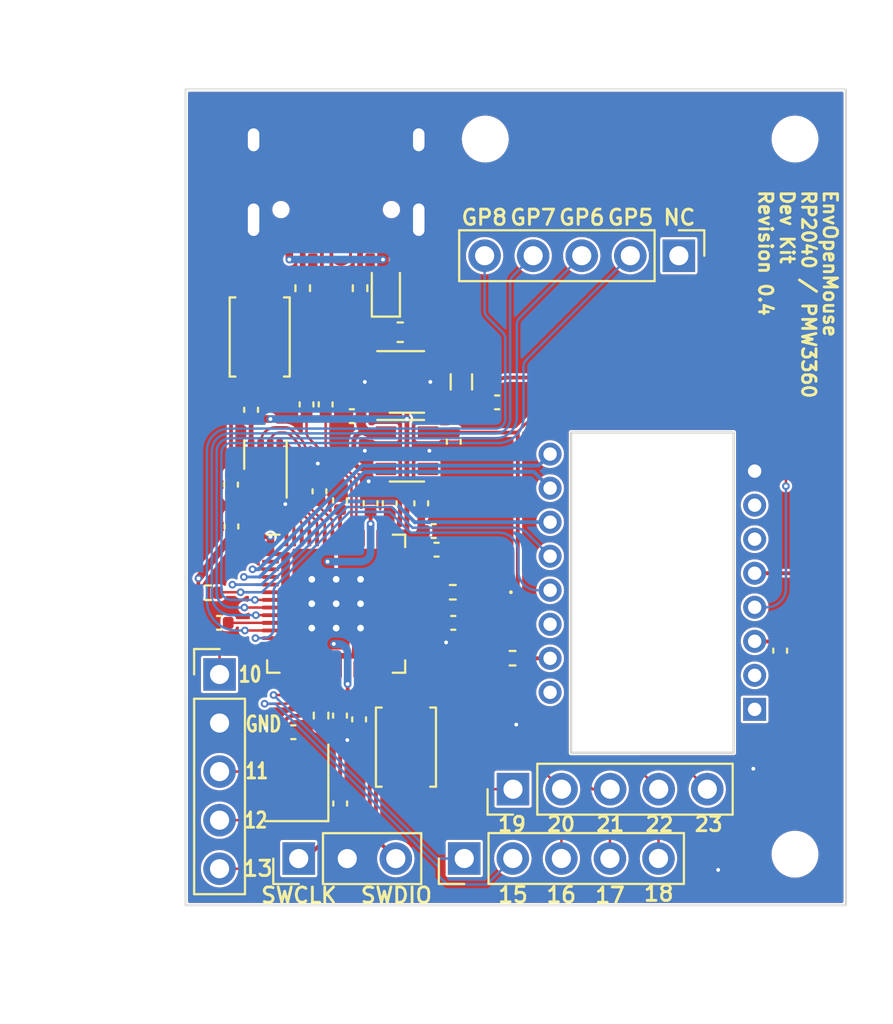
<source format=kicad_pcb>
(kicad_pcb (version 20211014) (generator pcbnew)
  (layers (0 "F.Cu" signal) (31 "B.Cu" signal) (34 "B.Paste" user) (35 "F.Paste" user) (36 "B.SilkS" user "B.Silkscreen") (37 "F.SilkS" user "F.Silkscreen") (38 "B.Mask" user) (39 "F.Mask" user) (44 "Edge.Cuts" user))
  (net 0 "")
  (net 1 "+5V")
  (net 2 "GND")
  (net 3 "+1V8")
  (net 4 "+3V3")
  (net 5 "+1V1")
  (net 6 "/XIN")
  (net 7 "Net-(C5-Pad1)")
  (net 8 "/QSPI_SS")
  (net 9 "/QSPI_SD1")
  (net 10 "/QSPI_SD2")
  (net 11 "/QSPI_SD0")
  (net 12 "/QSPI_SCLK")
  (net 13 "/QSPI_SD3")
  (net 14 "/SWCLK")
  (net 15 "/SWD")
  (net 16 "Net-(C19-Pad2)")
  (net 17 "USB_D+")
  (net 18 "USB_D-")
  (net 19 "Net-(R1-Pad2)")
  (net 20 "Net-(R2-Pad2)")
  (net 21 "Net-(R6-Pad2)")
  (net 23 "Net-(D1-Pad2)")
  (net 24 "/XOUT")
  (net 25 "/RUN")
  (net 26 "Net-(R4-Pad2)")
  (net 27 "Net-(D2-Pad2)")
  (net 28 "MISO")
  (net 29 "/~{USB_BOOT}")
  (net 30 "Net-(L1-Pad1)")
  (net 31 "MOTION")
  (net 32 "SCLK")
  (net 33 "MOSI")
  (net 34 "Net-(R7-Pad2)")
  (net 35 "NCS")
  (net 37 "/GPIO25")
  (net 38 "/GPIO0")
  (net 45 "/GPIO5")
  (net 46 "/GPIO7")
  (net 47 "/GPIO8")
  (net 48 "/GPIO10")
  (net 49 "/GPIO11")
  (net 50 "/GPIO12")
  (net 51 "/GPIO13")
  (net 52 "/GPIO14")
  (net 53 "/GPIO15")
  (net 54 "/GPIO16")
  (net 55 "/GPIO17")
  (net 56 "/GPIO18")
  (net 57 "/GPIO19")
  (net 58 "/GPIO20")
  (net 59 "/GPIO21")
  (net 60 "/GPIO22")
  (net 61 "/GPIO23")
  (net 62 "/GPIO24")
  (net 63 "/GPIO26_ADC0")
  (net 64 "/GPIO27_ADC1")
  (net 65 "/GPIO28_ADC2")
  (net 66 "/GPIO29_ADC3")
  (net 69 "/GPIO6")
  (footprint "Capacitor_SMD:C_0402_1005Metric" (layer "F.Cu") (at 45.125 51.025 90)
    (fp_text reference "C6")
    (fp_text value "100nf 0402")
  )
  (footprint "Resistor_SMD:R_0402_1005Metric" (layer "F.Cu") (at 52.1 56.3 180)
    (fp_text reference "R9")
    (fp_text value "470 ohm resistor")
  )
  (footprint "Connector_PinHeader_2.54mm:PinHeader_1x05_P2.54mm_Vertical" (layer "F.Cu") (at 63.925 38.7 -90)
    (fp_text reference "GPIOA3")
    (fp_text value "GPIOs")
  )
  (footprint "local:DIP-16_W10.16mm" (layer "F.Cu") (at 66.79 63.945 180)
    (fp_text reference "U3" hide)
    (fp_text value "PMW3360DM-T2QU")
    (fp_line (start 0 -0.75) (end 0 16) (layer "Edge.Cuts") (width 0.12))
    (fp_line (start 0 -0.75) (end 8.5 -0.75) (layer "Edge.Cuts") (width 0.12))
    (fp_line (start 8.5 -0.75) (end 8.5 16) (layer "Edge.Cuts") (width 0.12))
    (fp_line (start 0 16) (end 8.5 16) (layer "Edge.Cuts") (width 0.12))
  )
  (footprint "Connector_PinHeader_2.54mm:PinHeader_1x05_P2.54mm_Vertical" (layer "F.Cu") (at 52.7 70.225 90)
    (fp_text reference "GPIOA1")
    (fp_text value "Rotary_Encoder_Switch")
  )
  (footprint "Capacitor_SMD:C_0402_1005Metric" (layer "F.Cu") (at 40.5 50.67 90)
    (fp_text reference "R8")
    (fp_text value "1k 0402 Resistor")
  )
  (footprint "Capacitor_SMD:C_0402_1005Metric" (layer "F.Cu") (at 52.15 48.43 90)
    (fp_text reference "C3")
    (fp_text value "1uf 0402")
  )
  (footprint "Capacitor_SMD:C_0402_1005Metric" (layer "F.Cu") (at 41.55 46.76 90)
    (fp_text reference "C17")
    (fp_text value "100nf 0402")
  )
  (footprint "Inductor_SMD:L_0805_2012Metric" (layer "F.Cu") (at 52.55 45.3 -90)
    (fp_text reference "L1")
    (fp_text value "INDUCTOR 2.2uH 0805")
  )
  (footprint "Connector_PinHeader_2.54mm:PinHeader_1x03_P2.54mm_Vertical" (layer "F.Cu") (at 44.04 70.23 90)
    (fp_text reference "J3")
    (fp_text value "Conn_01x03_Male")
  )
  (footprint "Capacitor_SMD:C_0603_1608Metric" (layer "F.Cu") (at 49.35 42.7)
    (fp_text reference "C1")
    (fp_text value "10uf 0603 6.3V")
  )
  (footprint "Resistor_SMD:R_0402_1005Metric" (layer "F.Cu") (at 39.3 56.325)
    (fp_text reference "R3")
    (fp_text value "10K 0402")
  )
  (footprint "Capacitor_SMD:C_0402_1005Metric" (layer "F.Cu") (at 54.42 46.37)
    (fp_text reference "C4")
    (fp_text value "10uf 0402")
  )
  (footprint "Button_Switch_SMD:SW_Push_SPST_NO_Alps_SKRK" (layer "F.Cu") (at 49.65 64.4 -90)
    (fp_text reference "J2")
    (fp_text value "SKRKAEE020")
  )
  (footprint "MountingHole:MountingHole_2.2mm_M2" (layer "F.Cu") (at 53.8 32.6)
    (fp_text reference "H2")
    (fp_text value "MountingHole")
  )
  (footprint "Capacitor_SMD:C_0402_1005Metric" (layer "F.Cu") (at 48.8 51.65 90)
    (fp_text reference "C15")
    (fp_text value "1uf 0402")
  )
  (footprint "Connector_PinHeader_2.54mm:PinHeader_1x05_P2.54mm_Vertical" (layer "F.Cu") (at 39.9 60.6)
    (fp_text reference "SCRL1")
    (fp_text value "Rotary_Encoder_Switch")
  )
  (footprint "MountingHole:MountingHole_2.2mm_M2" (layer "F.Cu") (at 70 32.6)
    (fp_text reference "H1")
    (fp_text value "MountingHole")
  )
  (footprint "Capacitor_SMD:C_0402_1005Metric" (layer "F.Cu") (at 44.45 46.475 -90)
    (fp_text reference "R6")
    (fp_text value " 27Ohms  0402 Resistor")
  )
  (footprint "Capacitor_SMD:C_0402_1005Metric" (layer "F.Cu") (at 52.125 57.9)
    (fp_text reference "C9")
    (fp_text value "100nf 0402")
  )
  (footprint "Capacitor_SMD:C_0402_1005Metric" (layer "F.Cu") (at 46.2 51.5 90)
    (fp_text reference "C13")
    (fp_text value "100nf 0402")
  )
  (footprint "env:RP2040-QFN-56" (layer "F.Cu") (at 46 56.9)
    (fp_text reference "U4")
    (fp_text value "RP2040")
  )
  (footprint "Package_TO_SOT_SMD:SOT-23-5" (layer "F.Cu") (at 49.7 48.9)
    (fp_text reference "U1")
    (fp_text value "TCR2EF19")
  )
  (footprint "LED_SMD:LED_0402_1005Metric" (layer "F.Cu") (at 54.05 56.3 180)
    (fp_text reference "D2")
    (fp_text value "LED 0402 YELLOW")
  )
  (footprint "MountingHole:MountingHole_2.2mm_M2" (layer "F.Cu") (at 70 70)
    (fp_text reference "H4")
    (fp_text value "MountingHole")
  )
  (footprint "Resistor_SMD:R_0402_1005Metric" (layer "F.Cu") (at 44.25 40.4 90)
    (fp_text reference "R4")
    (fp_text value "5.1K")
  )
  (footprint "Capacitor_SMD:C_0402_1005Metric" (layer "F.Cu") (at 51.25 54.075)
    (fp_text reference "C12")
    (fp_text value "100nf 0402")
  )
  (footprint "Capacitor_SMD:C_0402_1005Metric" (layer "F.Cu") (at 39.875 57.9 180)
    (fp_text reference "C10")
    (fp_text value "100nf 0402")
  )
  (footprint "Diode_SMD:D_0603_1608Metric" (layer "F.Cu") (at 48.6 40.4 90)
    (fp_text reference "D1")
    (fp_text value "1n4002 0603")
  )
  (footprint "Capacitor_SMD:C_0402_1005Metric" (layer "F.Cu") (at 51.1 53.1)
    (fp_text reference "C14")
    (fp_text value "100nf 0402")
  )
  (footprint "Capacitor_SMD:C_0402_1005Metric" (layer "F.Cu") (at 46.82 47.09)
    (fp_text reference "C2")
    (fp_text value "0.1uf 0402")
  )
  (footprint "Capacitor_SMD:C_0402_1005Metric" (layer "F.Cu") (at 46.2 62.75 -90)
    (fp_text reference "C11")
    (fp_text value "100nf 0402")
  )
  (footprint "Package_TO_SOT_SMD:SOT-23-5" (layer "F.Cu") (at 49.7 45.3)
    (fp_text reference "U2")
    (fp_text value "LM3671MF 3.3")
  )
  (footprint "Capacitor_SMD:C_0402_1005Metric" (layer "F.Cu") (at 43.76 63.62 180)
    (fp_text reference "C18")
    (fp_text value "22pf 0402")
  )
  (footprint "Resistor_SMD:R_0402_1005Metric" (layer "F.Cu") (at 47.25 40.4 90)
    (fp_text reference "R2")
    (fp_text value "5.1K")
  )
  (footprint "Type-C:HRO-TYPE-C-31-M-12-Assembly" (layer "F.Cu") (at 46 30.0375 180)
    (fp_text reference "e1")
    (fp_text value "TYPE-C-31-M-12")
  )
  (footprint "Button_Switch_SMD:SW_Push_SPST_NO_Alps_SKRK" (layer "F.Cu") (at 42 42.95 90)
    (fp_text reference "J1")
    (fp_text value "SKRKAEE020")
  )
  (footprint "Resistor_SMD:R_0402_1005Metric" (layer "F.Cu") (at 55.225 59.75)
    (fp_text reference "R1")
    (fp_text value "39 ohm 0402")
  )
  (footprint "Capacitor_SMD:C_0402_1005Metric" (layer "F.Cu") (at 45.45 46.475 -90)
    (fp_text reference "R7")
    (fp_text value " 27Ohms 0402 Resistor")
  )
  (footprint "Capacitor_SMD:C_0402_1005Metric" (layer "F.Cu") (at 47.8 51.65 90)
    (fp_text reference "C16")
    (fp_text value "1uf 0402")
  )
  (footprint "Capacitor_SMD:C_0402_1005Metric" (layer "F.Cu") (at 50.45 51.65 90)
    (fp_text reference "C8")
    (fp_text value "100nf 0402")
  )
  (footprint "Capacitor_SMD:C_0402_1005Metric" (layer "F.Cu") (at 40.52 52.86 90)
    (fp_text reference "R5")
    (fp_text value "10K 0402")
  )
  (footprint "Capacitor_SMD:C_0402_1005Metric" (layer "F.Cu") (at 69.225 59.355 -90)
    (fp_text reference "C5")
    (fp_text value "4.7uf 0402")
  )
  (footprint "Package_SON:SON-8-1EP_3x2mm_P0.5mm_EP1.4x1.6mm" (layer "F.Cu") (at 42.3 49.85 90)
    (fp_text reference "FLASH1")
    (fp_text value "W25Q16FWUXIE")
  )
  (footprint "Capacitor_SMD:C_0402_1005Metric" (layer "F.Cu") (at 47.2 62.95 -90)
    (fp_text reference "C7")
    (fp_text value "100nf 0402")
  )
  (footprint "Connector_PinHeader_2.54mm:PinHeader_1x05_P2.54mm_Vertical" (layer "F.Cu") (at 55.25 66.6 90)
    (fp_text reference "GPIOA2")
    (fp_text value "Rotary_Encoder_Switch")
  )
  (footprint "Resistor_SMD:R_0402_1005Metric" (layer "F.Cu") (at 45.21 62.75 -90)
    (fp_text reference "R10")
    (fp_text value "1K 0402")
  )
  (footprint "Capacitor_SMD:C_0402_1005Metric" (layer "F.Cu") (at 46.21 67.35 90)
    (fp_text reference "C19")
    (fp_text value "22pf 0402")
  )
  (footprint "Crystal:Crystal_SMD_3225-4Pin_3.2x2.5mm" (layer "F.Cu") (at 43.94 66.27 90)
    (fp_text reference "Y1")
    (fp_text value "Crystal 3225 12MHz")
  )
  (gr_rect (start 38.12 30) (end 72.66 72.675) (layer "Edge.Cuts") (width 0.1) (fill none))
  (gr_text "SWCLK" (at 44.05 72.15) (layer "F.SilkS") (effects (font (size 0.8 0.8))))
  (gr_text "GND" (at 42.2 63.2) (layer "F.SilkS") (effects (font (size 0.8 0.6))))
  (gr_text "GP8" (at 53.75 36.7) (layer "F.SilkS") (effects (font (size 0.8 0.8))))
  (gr_text "17" (at 60.325 72.15) (layer "F.SilkS") (effects (font (size 0.8 0.8))))
  (gr_text "12" (at 41.8 68.225) (layer "F.SilkS") (effects (font (size 0.8 0.6))))
  (gr_text "GP7" (at 56.3 36.7) (layer "F.SilkS") (effects (font (size 0.8 0.8))))
  (gr_text "EnvOpenMouse\nRP2040 / PMW3360\nDev Kit \nRevision 0.4" (at 70.15 35.2 270) (layer "F.SilkS") (effects (font (size 0.7 0.7)) (justify left)))
  (gr_text "GP5" (at 61.4 36.7) (layer "F.SilkS") (effects (font (size 0.8 0.8))))
  (gr_text "SWDIO" (at 49.15 72.15) (layer "F.SilkS") (effects (font (size 0.8 0.8))))
  (gr_text "NC" (at 63.95 36.7) (layer "F.SilkS") (effects (font (size 0.8 0.8))))
  (gr_text "GP6" (at 58.85 36.7) (layer "F.SilkS") (effects (font (size 0.8 0.8))))
  (gr_text "18" (at 62.875 72.05) (layer "F.SilkS") (effects (font (size 0.8 0.8))))
  (gr_text "19  20  21  22  23" (at 60.34 68.43) (layer "F.SilkS") (effects (font (size 0.75 0.75))))
  (gr_text "16" (at 57.775 72.125) (layer "F.SilkS") (effects (font (size 0.8 0.8))))
  (gr_text "11" (at 41.85 65.65) (layer "F.SilkS") (effects (font (size 0.8 0.6))))
  (gr_text "10" (at 41.5 60.6) (layer "F.SilkS") (effects (font (size 0.8 0.6))))
  (gr_text "15" (at 55.25 72.125) (layer "F.SilkS") (effects (font (size 0.8 0.8))))
  (gr_text "13" (at 41.9 70.75) (layer "F.SilkS") (effects (font (size 0.8 0.8))))
  (segment (start 47.3 47.45) (end 47.3 47.09) (width 0.5) (layer "F.Cu") (net 1))
  (segment (start 48.6 42.52125) (end 48.6 41.17875) (width 0.8) (layer "F.Cu") (net 1))
  (segment (start 47.3 46.73) (end 47.3 47.09) (width 0.5) (layer "F.Cu") (net 1))
  (segment (start 48.6 47.95) (end 47.8 47.95) (width 0.5) (layer "F.Cu") (net 1))
  (segment (start 48.16 46.23) (end 47.8 46.23) (width 0.5) (layer "F.Cu") (net 1))
  (segment (start 48.6 44.26) (end 48.6 42.9175) (width 0.8) (layer "F.Cu") (net 1))
  (segment (start 46.925 45.75) (end 46.925 44.85) (width 0.25) (layer "F.Cu") (net 1))
  (segment (start 46.925 49.35) (end 46.925 48.45) (width 0.25) (layer "F.Cu") (net 1))
  (segment (start 48.69 46.25) (end 47.425 46.25) (width 0.25) (layer "F.Cu") (net 1))
  (segment (start 47.425 47.95) (end 48.695 47.95) (width 0.25) (layer "F.Cu") (net 1))
  (segment (start 48.695 49.85) (end 47.425 49.85) (width 0.25) (layer "F.Cu") (net 1))
  (segment (start 48.69 41.2775) (end 48.6 41.1875) (width 0.25) (layer "F.Cu") (net 1))
  (segment (start 47.425 44.35) (end 48.69 44.35) (width 0.25) (layer "F.Cu") (net 1))
  (arc (start 47.425 44.35) (mid 47.071447 44.496447) (end 46.925 44.85) (width 0.25) (layer "F.Cu") (net 1))
  (arc (start 47.8 47.95) (mid 47.446447 47.803553) (end 47.3 47.45) (width 0.5) (layer "F.Cu") (net 1))
  (arc (start 46.925 48.45) (mid 47.071447 48.096447) (end 47.425 47.95) (width 0.25) (layer "F.Cu") (net 1))
  (arc (start 47.8 46.23) (mid 47.446447 46.376447) (end 47.3 46.73) (width 0.5) (layer "F.Cu") (net 1))
  (arc (start 47.425 49.85) (mid 47.071447 49.703553) (end 46.925 49.35) (width 0.25) (layer "F.Cu") (net 1))
  (arc (start 47.425 46.25) (mid 47.071447 46.103553) (end 46.925 45.75) (width 0.25) (layer "F.Cu") (net 1))
  (segment (start 42.32 63.15) (end 42.32 63.41) (width 0.13) (layer "F.Cu") (net 2))
  (segment (start 43.080548 62.82) (end 42.65 62.82) (width 0.13) (layer "F.Cu") (net 2))
  (segment (start 45 60.3375) (end 45 60.900548) (width 0.13) (layer "F.Cu") (net 2))
  (segment (start 42.65 62.82) (end 42.32 63.15) (width 0.13) (layer "F.Cu") (net 2))
  (segment (start 45 60.900548) (end 43.080548 62.82) (width 0.13) (layer "F.Cu") (net 2))
  (via (at 67.82 65.53) (size 0.4) (drill 0.2) (layers "F.Cu" "B.Cu") (net 2))
  (via (at 47.5 45.3) (size 0.4) (drill 0.2) (layers "F.Cu" "B.Cu") (net 2))
  (via (at 46.58 64.03) (size 0.4) (drill 0.2) (layers "F.Cu" "B.Cu") (net 2))
  (via (at 50.925 45.3) (size 0.4) (drill 0.2) (layers "F.Cu" "B.Cu") (net 2))
  (via (at 65.98 70.82) (size 0.4) (drill 0.2) (layers "F.Cu" "B.Cu") (net 2))
  (via (at 50.875 48.9) (size 0.4) (drill 0.2) (layers "F.Cu" "B.Cu") (net 2))
  (via (at 43.34 51.69) (size 0.4) (drill 0.2) (layers "F.Cu" "B.Cu") (net 2))
  (via (at 47.5 48.9) (size 0.4) (drill 0.2) (layers "F.Cu" "B.Cu") (net 2))
  (via (at 51.75 58.925) (size 0.4) (drill 0.2) (layers "F.Cu" "B.Cu") (net 2))
  (via (at 42.32 63.41) (size 0.4) (drill 0.2) (layers "F.Cu" "B.Cu") (net 2))
  (via (at 47.7 50.5) (size 0.4) (drill 0.2) (layers "F.Cu" "B.Cu") (net 2))
  (via (at 45.04 49.57) (size 0.4) (drill 0.2) (layers "F.Cu" "B.Cu") (net 2))
  (via (at 55.42 63.22) (size 0.4) (drill 0.2) (layers "F.Cu" "B.Cu") (net 2))
  (segment (start 55.45 47.95) (end 52.475 47.95) (width 0.13) (layer "F.Cu") (net 3))
  (segment (start 54.861447 58.713553) (end 55.353554 58.221446) (width 0.2) (layer "F.Cu") (net 3))
  (segment (start 68.525 46.275) (end 57.539214 46.275) (width 0.13) (layer "F.Cu") (net 3))
  (segment (start 56.832107 46.567893) (end 55.45 47.95) (width 0.13) (layer "F.Cu") (net 3))
  (segment (start 52.475 47.95) (end 52.15 47.95) (width 0.2) (layer "F.Cu") (net 3))
  (segment (start 52.15 47.95) (end 50.8 47.95) (width 0.5) (layer "F.Cu") (net 3))
  (segment (start 55.5 57.867893) (end 55.5 47.95) (width 0.2) (layer "F.Cu") (net 3))
  (segment (start 69.525 50.75) (end 69.525 47.275) (width 0.13) (layer "F.Cu") (net 3))
  (segment (start 55.5 47.95) (end 52.475 47.95) (width 0.2) (layer "F.Cu") (net 3))
  (segment (start 54.715 59.75) (end 54.715 59.067107) (width 0.2) (layer "F.Cu") (net 3))
  (via (at 69.525 50.75) (size 0.4) (drill 0.2) (layers "F.Cu" "B.Cu") (net 3))
  (arc (start 55.353554 58.221446) (mid 55.46194 58.059234) (end 55.5 57.867893) (width 0.2) (layer "F.Cu") (net 3))
  (arc (start 54.861447 58.713553) (mid 54.75306 58.875765) (end 54.715 59.067107) (width 0.2) (layer "F.Cu") (net 3))
  (arc (start 57.539214 46.275) (mid 57.156531 46.35112) (end 56.832107 46.567893) (width 0.13) (layer "F.Cu") (net 3))
  (arc (start 68.525 46.275) (mid 69.232107 46.567893) (end 69.525 47.275) (width 0.13) (layer "F.Cu") (net 3))
  (segment (start 68.525 57.085) (end 67.89 57.085) (width 0.13) (layer "B.Cu") (net 3))
  (segment (start 69.525 50.75) (end 69.525 56.085) (width 0.13) (layer "B.Cu") (net 3))
  (arc (start 69.525 56.085) (mid 69.232107 56.792107) (end 68.525 57.085) (width 0.13) (layer "B.Cu") (net 3))
  (segment (start 48.8 53.396792) (end 49.95 53.396792) (width 0.4) (layer "F.Cu") (net 4))
  (segment (start 49.7 53.35) (end 49.7 47.3) (width 0.25) (layer "F.Cu") (net 4))
  (segment (start 50.545 54.3) (end 50.77 54.075) (width 0.15) (layer "F.Cu") (net 4))
  (segment (start 69.875 55.305) (end 67.89 55.305) (width 0.2) (layer "F.Cu") (net 4))
  (segment (start 52.3875 46.25) (end 52.42 46.2175) (width 0.5) (layer "F.Cu") (net 4))
  (segment (start 42.5625 53.3975) (end 40.5775 53.3975) (width 0.25) (layer "F.Cu") (net 4))
  (segment (start 38.8 55.575) (end 40.52 53.34) (width 0.4) (layer "F.Cu") (net 4))
  (segment (start 46.198489 62.268489) (end 46.198489 60.339011) (width 0.15) (layer "F.Cu") (net 4))
  (segment (start 49.746792 53.396792) (end 49.7 53.35) (width 0.25) (layer "F.Cu") (net 4))
  (segment (start 46.2 53.4625) (end 46.2 51.98) (width 0.2) (layer "F.Cu") (net 4))
  (segment (start 40.355 57.9) (end 42.5625 57.9) (width 0.13) (layer "F.Cu") (net 4))
  (segment (start 50.8 46.25) (end 52.3875 46.25) (width 0.6) (layer "F.Cu") (net 4))
  (segment (start 46.198489 60.339011) (end 46.2 60.3375) (width 0.15) (layer "F.Cu") (net 4))
  (segment (start 41.55 47.24) (end 42.5625 47.24) (width 0.4) (layer "F.Cu") (net 4))
  (segment (start 46.2 62.27) (end 46.198489 62.268489) (width 0.15) (layer "F.Cu") (net 4))
  (segment (start 40.5775 53.3975) (end 40.52 53.34) (width 0.25) (layer "F.Cu") (net 4))
  (segment (start 53.96 46.37) (end 52.6425 46.37) (width 0.5) (layer "F.Cu") (net 4))
  (segment (start 49.4375 54.3) (end 50.545 54.3) (width 0.15) (layer "F.Cu") (net 4))
  (segment (start 49.4375 57.9) (end 51.645 57.9) (width 0.2) (layer "F.Cu") (net 4))
  (segment (start 52.42 46.2825) (end 52.3875 46.25) (width 0.5) (layer "F.Cu") (net 4))
  (segment (start 50.45 52.896792) (end 50.45 52.13) (width 0.4) (layer "F.Cu") (net 4))
  (segment (start 70.875 46.075) (end 70.875 54.305) (width 0.2) (layer "F.Cu") (net 4))
  (segment (start 54.94 45.075) (end 69.875 45.075) (width 0.2) (layer "F.Cu") (net 4))
  (segment (start 49.7 47.3) (end 49.7 46.75) (width 0.25) (layer "F.Cu") (net 4))
  (segment (start 53.94 46.37) (end 53.94 46.075) (width 0.2) (layer "F.Cu") (net 4))
  (segment (start 48.8 53.396792) (end 48.8 52.13) (width 0.5) (layer "F.Cu") (net 4))
  (segment (start 41.55 48.5625) (end 41.55 47.24) (width 0.25) (layer "F.Cu") (net 4))
  (segment (start 38.79 55.585) (end 38.79 56.325) (width 0.2) (layer "F.Cu") (net 4))
  (segment (start 38.8 55.575) (end 38.79 55.585) (width 0.2) (layer "F.Cu") (net 4))
  (segment (start 42.5625 54.19) (end 42.5625 53.3975) (width 0.4) (layer "F.Cu") (net 4))
  (via (at 49.7 47.24) (size 0.4) (drill 0.2) (layers "F.Cu" "B.Cu") (net 4))
  (via (at 38.8 55.575) (size 0.4) (drill 0.2) (layers "F.Cu" "B.Cu") (net 4))
  (via (at 42.5625 47.24) (size 0.4) (drill 0.2) (layers "F.Cu" "B.Cu") (net 4))
  (via (at 42.5625 53.3975) (size 0.4) (drill 0.2) (layers "F.Cu" "B.Cu") (net 4))
  (arc (start 53.94 46.075) (mid 54.232893 45.367893) (end 54.94 45.075) (width 0.2) (layer "F.Cu") (net 4))
  (arc (start 70.875 54.305) (mid 70.582107 55.012107) (end 69.875 55.305) (width 0.2) (layer "F.Cu") (net 4))
  (arc (start 49.7 46.75) (mid 49.846447 46.396447) (end 50.2 46.25) (width 0.25) (layer "F.Cu") (net 4))
  (arc (start 70.875 46.075) (mid 70.582107 45.367893) (end 69.875 45.075) (width 0.2) (layer "F.Cu") (net 4))
  (arc (start 49.95 53.396792) (mid 50.303553 53.250345) (end 50.45 52.896792) (width 0.4) (layer "F.Cu") (net 4))
  (segment (start 42.5625 47.24) (end 49.7 47.24) (width 0.4) (layer "B.Cu") (net 4))
  (segment (start 47.8 53.4625) (end 47.8 52.725) (width 0.2) (layer "F.Cu") (net 5))
  (segment (start 45.8 53.4625) (end 45.8 52.628553) (width 0.13) (layer "F.Cu") (net 5))
  (segment (start 47.2 62.47) (end 47.2 62.190001) (width 0.2) (layer "F.Cu") (net 5))
  (segment (start 45.125 51.85) (end 45.125 51.505) (width 0.13) (layer "F.Cu") (net 5))
  (segment (start 46.6 60.3375) (end 46.6 61.1) (width 0.2) (layer "F.Cu") (net 5))
  (segment (start 47.2 62.190001) (end 46.6 61.590001) (width 0.2) (layer "F.Cu") (net 5))
  (segment (start 46.6 61.590001) (end 46.6 61.1) (width 0.2) (layer "F.Cu") (net 5))
  (segment (start 47.8 52.725) (end 47.8 52.355) (width 0.2) (layer "F.Cu") (net 5))
  (segment (start 45.726776 52.451776) (end 45.125 51.85) (width 0.13) (layer "F.Cu") (net 5))
  (via (at 47.8 52.725) (size 0.4) (drill 0.2) (layers "F.Cu" "B.Cu") (net 5))
  (via (at 45.55 54.7) (size 0.4) (drill 0.2) (layers "F.Cu" "B.Cu") (net 5))
  (via (at 46.6 61.1) (size 0.4) (drill 0.2) (layers "F.Cu" "B.Cu") (net 5))
  (via (at 45.875 59) (size 0.4) (drill 0.2) (layers "F.Cu" "B.Cu") (net 5))
  (arc (start 45.8 52.628553) (mid 45.78097 52.532882) (end 45.726776 52.451776) (width 0.13) (layer "F.Cu") (net 5))
  (segment (start 45.55 54.7) (end 47.3 54.7) (width 0.4) (layer "B.Cu") (net 5))
  (segment (start 47.8 54.2) (end 47.8 52.725) (width 0.4) (layer "B.Cu") (net 5))
  (segment (start 45.875 59) (end 46.1 59) (width 0.4) (layer "B.Cu") (net 5))
  (segment (start 46.6 59.5) (end 46.6 61.1) (width 0.4) (layer "B.Cu") (net 5))
  (arc (start 47.3 54.7) (mid 47.653553 54.553553) (end 47.8 54.2) (width 0.4) (layer "B.Cu") (net 5))
  (arc (start 46.1 59) (mid 46.453553 59.146447) (end 46.6 59.5) (width 0.4) (layer "B.Cu") (net 5))
  (segment (start 43.16 63.74) (end 43.28 63.62) (width 0.2) (layer "F.Cu") (net 6))
  (segment (start 44.56 62.26) (end 44.56 62.067107) (width 0.2) (layer "F.Cu") (net 6))
  (segment (start 43.28 63.62) (end 43.28 63.26) (width 0.2) (layer "F.Cu") (net 6))
  (segment (start 45.4 61.02) (end 45.4 60.3375) (width 0.2) (layer "F.Cu") (net 6))
  (segment (start 43.16 65.1) (end 43.16 63.74) (width 0.2) (layer "F.Cu") (net 6))
  (segment (start 43.78 62.76) (end 44.06 62.76) (width 0.2) (layer "F.Cu") (net 6))
  (segment (start 44.706447 61.713553) (end 45.4 61.02) (width 0.2) (layer "F.Cu") (net 6))
  (segment (start 43.09 65.17) (end 43.16 65.1) (width 0.2) (layer "F.Cu") (net 6))
  (arc (start 43.28 63.26) (mid 43.426447 62.906447) (end 43.78 62.76) (width 0.2) (layer "F.Cu") (net 6))
  (arc (start 44.06 62.76) (mid 44.413553 62.613553) (end 44.56 62.26) (width 0.2) (layer "F.Cu") (net 6))
  (arc (start 44.56 62.067107) (mid 44.59806 61.875765) (end 44.706447 61.713553) (width 0.2) (layer "F.Cu") (net 6))
  (segment (start 69.225 58.875) (end 67.9 58.875) (width 0.2) (layer "F.Cu") (net 7))
  (segment (start 67.9 58.875) (end 67.89 58.865) (width 0.2) (layer "F.Cu") (net 7))
  (segment (start 40.5 51.15) (end 41.55 51.1375) (width 0.25) (layer "F.Cu") (net 8))
  (segment (start 43.4 53.4625) (end 43.4 53.02652) (width 0.13) (layer "F.Cu") (net 8))
  (segment (start 41.55 52.27652) (end 41.55 51.1375) (width 0.13) (layer "F.Cu") (net 8))
  (segment (start 43.15 52.77652) (end 42.05 52.77652) (width 0.13) (layer "F.Cu") (net 8))
  (segment (start 40.52 52.38) (end 40.5 51.15) (width 0.25) (layer "F.Cu") (net 8))
  (arc (start 43.15 52.77652) (mid 43.326777 52.849743) (end 43.4 53.02652) (width 0.13) (layer "F.Cu") (net 8))
  (arc (start 42.05 52.77652) (mid 41.696447 52.630073) (end 41.55 52.27652) (width 0.13) (layer "F.Cu") (net 8))
  (segment (start 43.8 53.4625) (end 43.8 52.826327) (width 0.13) (layer "F.Cu") (net 9))
  (segment (start 42.05 52.02) (end 42.05 51.1375) (width 0.13) (layer "F.Cu") (net 9))
  (segment (start 43.726776 52.64955) (end 43.670449 52.593223) (width 0.13) (layer "F.Cu") (net 9))
  (segment (start 43.493673 52.52) (end 42.55 52.52) (width 0.13) (layer "F.Cu") (net 9))
  (arc (start 42.55 52.52) (mid 42.196447 52.373553) (end 42.05 52.02) (width 0.13) (layer "F.Cu") (net 9))
  (arc (start 43.8 52.826327) (mid 43.78097 52.730656) (end 43.726776 52.64955) (width 0.13) (layer "F.Cu") (net 9))
  (arc (start 43.670449 52.593223) (mid 43.589343 52.53903) (end 43.493673 52.52) (width 0.13) (layer "F.Cu") (net 9))
  (segment (start 42.55 51.72) (end 42.55 51.1375) (width 0.13) (layer "F.Cu") (net 10))
  (segment (start 43.666447 52.22) (end 43.05 52.22) (width 0.13) (layer "F.Cu") (net 10))
  (segment (start 44.126776 52.576776) (end 43.843223 52.293223) (width 0.13) (layer "F.Cu") (net 10))
  (segment (start 44.2 53.4625) (end 44.2 52.753553) (width 0.13) (layer "F.Cu") (net 10))
  (arc (start 44.2 52.753553) (mid 44.18097 52.657882) (end 44.126776 52.576776) (width 0.13) (layer "F.Cu") (net 10))
  (arc (start 43.05 52.22) (mid 42.696447 52.073553) (end 42.55 51.72) (width 0.13) (layer "F.Cu") (net 10))
  (arc (start 43.843223 52.293223) (mid 43.762117 52.23903) (end 43.666447 52.22) (width 0.13) (layer "F.Cu") (net 10))
  (segment (start 43.333947 48.5625) (end 43.05 48.5625) (width 0.13) (layer "F.Cu") (net 11))
  (segment (start 43.845256 48.970256) (end 43.510723 48.635723) (width 0.13) (layer "F.Cu") (net 11))
  (segment (start 44.6 53.4625) (end 44.6 52.679101) (width 0.13) (layer "F.Cu") (net 11))
  (segment (start 43.91848 51.790475) (end 43.91848 49.147033) (width 0.13) (layer "F.Cu") (net 11))
  (segment (start 44.526776 52.502324) (end 43.991703 51.967251) (width 0.13) (layer "F.Cu") (net 11))
  (arc (start 43.91848 49.147033) (mid 43.89945 49.051362) (end 43.845256 48.970256) (width 0.13) (layer "F.Cu") (net 11))
  (arc (start 43.333947 48.5625) (mid 43.429618 48.58153) (end 43.510723 48.635723) (width 0.13) (layer "F.Cu") (net 11))
  (arc (start 43.991703 51.967251) (mid 43.93751 51.886145) (end 43.91848 51.790475) (width 0.13) (layer "F.Cu") (net 11))
  (arc (start 44.6 52.679101) (mid 44.58097 52.58343) (end 44.526776 52.502324) (width 0.13) (layer "F.Cu") (net 11))
  (segment (start 43.608673 48.096447) (end 43.881021 48.368795) (width 0.13) (layer "F.Cu") (net 12))
  (segment (start 43.05 47.95) (end 43.255119 47.95) (width 0.13) (layer "F.Cu") (net 12))
  (segment (start 45 52.716327) (end 45 53.4625) (width 0.13) (layer "F.Cu") (net 12))
  (segment (start 44.175 49.078522) (end 44.175 51.684221) (width 0.13) (layer "F.Cu") (net 12))
  (segment (start 42.55 48.5625) (end 42.55 48.45) (width 0.13) (layer "F.Cu") (net 12))
  (segment (start 44.248224 51.860998) (end 44.926777 52.539551) (width 0.13) (layer "F.Cu") (net 12))
  (arc (start 44.926777 52.539551) (mid 44.98097 52.620657) (end 45 52.716327) (width 0.13) (layer "F.Cu") (net 12))
  (arc (start 44.248224 51.860998) (mid 44.194031 51.779892) (end 44.175 51.684221) (width 0.13) (layer "F.Cu") (net 12))
  (arc (start 43.881021 48.368795) (mid 44.098597 48.694421) (end 44.175 49.078522) (width 0.13) (layer "F.Cu") (net 12))
  (arc (start 42.55 48.45) (mid 42.696447 48.096447) (end 43.05 47.95) (width 0.13) (layer "F.Cu") (net 12))
  (arc (start 43.608673 48.096447) (mid 43.446461 47.98806) (end 43.255119 47.95) (width 0.13) (layer "F.Cu") (net 12))
  (segment (start 45.4 53.4625) (end 45.4 52.753553) (width 0.13) (layer "F.Cu") (net 13))
  (segment (start 44.45 51.596447) (end 44.45 49.103529) (width 0.13) (layer "F.Cu") (net 13))
  (segment (start 45.326776 52.576776) (end 44.523223 51.773223) (width 0.13) (layer "F.Cu") (net 13))
  (segment (start 44.076273 48.201273) (end 43.696446 47.821446) (width 0.13) (layer "F.Cu") (net 13))
  (segment (start 43.342893 47.675) (end 42.850523 47.675) (width 0.13) (layer "F.Cu") (net 13))
  (segment (start 42.05 48.475523) (end 42.05 48.5625) (width 0.13) (layer "F.Cu") (net 13))
  (arc (start 44.076273 48.201273) (mid 44.352871 48.615232) (end 44.45 49.103529) (width 0.13) (layer "F.Cu") (net 13))
  (arc (start 44.523223 51.773223) (mid 44.46903 51.692117) (end 44.45 51.596447) (width 0.13) (layer "F.Cu") (net 13))
  (arc (start 42.05 48.475523) (mid 42.284468 47.909468) (end 42.850523 47.675) (width 0.13) (layer "F.Cu") (net 13))
  (arc (start 45.4 52.753553) (mid 45.38097 52.657882) (end 45.326776 52.576776) (width 0.13) (layer "F.Cu") (net 13))
  (arc (start 43.696446 47.821446) (mid 43.534234 47.71306) (end 43.342893 47.675) (width 0.13) (layer "F.Cu") (net 13))
  (segment (start 46.95 68.73) (end 47.753554 67.926446) (width 0.2) (layer "F.Cu") (net 14))
  (segment (start 44.04 70.23) (end 44.42 70.23) (width 0.2) (layer "F.Cu") (net 14))
  (segment (start 44.28 70.23) (end 44.04 70.23) (width 0.2) (layer "F.Cu") (net 14))
  (segment (start 44.42 70.23) (end 45.92 68.73) (width 0.2) (layer "F.Cu") (net 14))
  (segment (start 45.92 68.73) (end 46.95 68.73) (width 0.2) (layer "F.Cu") (net 14))
  (segment (start 47.753554 67.926446) (end 47.753554 62.003554) (width 0.2) (layer "F.Cu") (net 14))
  (segment (start 47 61.25) (end 47.753554 62.003554) (width 0.13) (layer "F.Cu") (net 14))
  (segment (start 47.753554 62.003554) (end 47.753554 61.988862) (width 0.2) (layer "F.Cu") (net 14))
  (segment (start 47 60.48446) (end 47 61.25) (width 0.13) (layer "F.Cu") (net 14))
  (segment (start 47.4 61.237728) (end 47.4 60.3375) (width 0.2) (layer "F.Cu") (net 15))
  (segment (start 49.12 70.23) (end 48.080074 69.190074) (width 0.2) (layer "F.Cu") (net 15))
  (segment (start 47.888803 61.662342) (end 47.824614 61.662342) (width 0.2) (layer "F.Cu") (net 15))
  (segment (start 47.824614 61.662342) (end 47.4 61.237728) (width 0.2) (layer "F.Cu") (net 15))
  (segment (start 48.080074 69.190074) (end 48.080074 61.853613) (width 0.2) (layer "F.Cu") (net 15))
  (segment (start 48.080074 61.853613) (end 47.888803 61.662342) (width 0.2) (layer "F.Cu") (net 15))
  (segment (start 44.79 67.37) (end 45.29 66.87) (width 0.2) (layer "F.Cu") (net 16))
  (segment (start 45.21 63.5) (end 45.21 63.26) (width 0.2) (layer "F.Cu") (net 16))
  (segment (start 45.29 66.87) (end 46.21 66.87) (width 0.2) (layer "F.Cu") (net 16))
  (segment (start 46.21 66.87) (end 46.21 64.707107) (width 0.2) (layer "F.Cu") (net 16))
  (segment (start 46.063553 64.353553) (end 45.21 63.5) (width 0.2) (layer "F.Cu") (net 16))
  (arc (start 46.063553 64.353553) (mid 46.17194 64.515765) (end 46.21 64.707107) (width 0.2) (layer "F.Cu") (net 16))
  (segment (start 45.75 36.4) (end 45.75 36.4) (width 0.15) (layer "F.Cu") (net 17))
  (segment (start 46.25 36.9) (end 46.25 37.7325) (width 0.15) (layer "F.Cu") (net 17))
  (segment (start 44.45 45.995) (end 44.724999 45.720001) (width 0.2) (layer "F.Cu") (net 17))
  (segment (start 45.25 41.217893) (end 45.25 37.7325) (width 0.2) (layer "F.Cu") (net 17))
  (segment (start 44.724999 45.720001) (end 44.724999 42.157108) (width 0.2) (layer "F.Cu") (net 17))
  (segment (start 44.871446 41.803554) (end 45.103554 41.571446) (width 0.2) (layer "F.Cu") (net 17))
  (segment (start 45.25 37.7325) (end 45.25 36.9) (width 0.15) (layer "F.Cu") (net 17))
  (arc (start 45.75 36.4) (mid 45.396447 36.546447) (end 45.25 36.9) (width 0.15) (layer "F.Cu") (net 17))
  (arc (start 45.75 36.4) (mid 46.103553 36.546447) (end 46.25 36.9) (width 0.15) (layer "F.Cu") (net 17))
  (arc (start 44.724999 42.157108) (mid 44.763059 41.965766) (end 44.871446 41.803554) (width 0.2) (layer "F.Cu") (net 17))
  (arc (start 45.103554 41.571446) (mid 45.21194 41.409234) (end 45.25 41.217893) (width 0.2) (layer "F.Cu") (net 17))
  (segment (start 45.45 45.995) (end 45.175001 45.720001) (width 0.2) (layer "F.Cu") (net 18))
  (segment (start 46.25 39.15) (end 46.25 39.15) (width 0.15) (layer "F.Cu") (net 18))
  (segment (start 45.175001 45.720001) (end 45.175001 42.268876) (width 0.2) (layer "F.Cu") (net 18))
  (segment (start 45.75 41.279663) (end 45.75 37.7325) (width 0.2) (layer "F.Cu") (net 18))
  (segment (start 45.321448 41.915322) (end 45.603554 41.633216) (width 0.2) (layer "F.Cu") (net 18))
  (segment (start 45.75 37.7325) (end 45.75 38.65) (width 0.15) (layer "F.Cu") (net 18))
  (segment (start 46.75 38.65) (end 46.75 37.7325) (width 0.15) (layer "F.Cu") (net 18))
  (arc (start 45.175001 42.268876) (mid 45.213061 42.077534) (end 45.321448 41.915322) (width 0.2) (layer "F.Cu") (net 18))
  (arc (start 45.75 41.279663) (mid 45.71194 41.471004) (end 45.603554 41.633216) (width 0.2) (layer "F.Cu") (net 18))
  (arc (start 46.25 39.15) (mid 45.896447 39.003553) (end 45.75 38.65) (width 0.15) (layer "F.Cu") (net 18))
  (arc (start 46.25 39.15) (mid 46.603553 39.003553) (end 46.75 38.65) (width 0.15) (layer "F.Cu") (net 18))
  (segment (start 55.74 59.755) (end 55.735 59.75) (width 0.2) (layer "F.Cu") (net 19))
  (segment (start 57.19 59.755) (end 55.74 59.755) (width 0.2) (layer "F.Cu") (net 19))
  (segment (start 47.25 39.89) (end 47.25 37.7325) (width 0.3) (layer "F.Cu") (net 20))
  (segment (start 44.45 47.917893) (end 44.45 46.955) (width 0.13) (layer "F.Cu") (net 21))
  (segment (start 47 53.4625) (end 47 52.675) (width 0.13) (layer "F.Cu") (net 21))
  (segment (start 47 52.675) (end 46.8 52.475) (width 0.13) (layer "F.Cu") (net 21))
  (segment (start 46.8 52.475) (end 46.8 50.682107) (width 0.13) (layer "F.Cu") (net 21))
  (segment (start 46.653553 50.328553) (end 44.596446 48.271446) (width 0.13) (layer "F.Cu") (net 21))
  (arc (start 46.653553 50.328553) (mid 46.76194 50.490765) (end 46.8 50.682107) (width 0.13) (layer "F.Cu") (net 21))
  (arc (start 44.45 47.917893) (mid 44.48806 48.109234) (end 44.596446 48.271446) (width 0.13) (layer "F.Cu") (net 21))
  (segment (start 48.45 39.3125) (end 48.4 39.3625) (width 0.127) (layer "F.Cu") (net 23))
  (segment (start 48.4 39.3625) (end 48.65 39.6125) (width 0.127) (layer "F.Cu") (net 23))
  (segment (start 48.45 38.9) (end 48.45 37.7325) (width 0.6) (layer "F.Cu") (net 23))
  (segment (start 43.55 37.7325) (end 43.55 38.9) (width 0.4) (layer "F.Cu") (net 23))
  (segment (start 48.45 38.9) (end 48.45 39.3125) (width 0.6) (layer "F.Cu") (net 23))
  (via (at 48.45 38.9) (size 0.4) (drill 0.2) (layers "F.Cu" "B.Cu") (net 23))
  (via (at 43.55 38.9) (size 0.4) (drill 0.2) (layers "F.Cu" "B.Cu") (net 23))
  (segment (start 43.55 38.9) (end 48.45 38.9) (width 0.4) (layer "B.Cu") (net 23))
  (segment (start 45.8 61.182893) (end 45.8 60.3375) (width 0.2) (layer "F.Cu") (net 24))
  (segment (start 45.21 61.98) (end 45.653554 61.536446) (width 0.2) (layer "F.Cu") (net 24))
  (segment (start 45.21 62.24) (end 45.21 61.98) (width 0.2) (layer "F.Cu") (net 24))
  (arc (start 45.653554 61.536446) (mid 45.76194 61.374234) (end 45.8 61.182893) (width 0.2) (layer "F.Cu") (net 24))
  (segment (start 47.8 61.06177) (end 48.23823 61.5) (width 0.2) (layer "F.Cu") (net 25))
  (segment (start 48.23823 61.5) (end 49.38958 61.5) (width 0.2) (layer "F.Cu") (net 25))
  (segment (start 49.65 61.76042) (end 49.65 62.3) (width 0.2) (layer "F.Cu") (net 25))
  (segment (start 47.8 60.3375) (end 47.8 61.06177) (width 0.2) (layer "F.Cu") (net 25))
  (arc (start 49.38958 61.5) (mid 49.573725 61.576275) (end 49.65 61.76042) (width 0.2) (layer "F.Cu") (net 25))
  (segment (start 44.25 39.89) (end 44.25 37.7325) (width 0.3) (layer "F.Cu") (net 26))
  (segment (start 53.565 56.3) (end 52.61 56.3) (width 0.2) (layer "F.Cu") (net 27))
  (segment (start 39.835 56.3) (end 41 56.3) (width 0.13) (layer "F.Cu") (net 28))
  (segment (start 41 56.3) (end 42.5625 56.3) (width 0.13) (layer "F.Cu") (net 28))
  (segment (start 39.81 56.325) (end 39.835 56.3) (width 0.13) (layer "F.Cu") (net 28))
  (via (at 41 56.3) (size 0.4) (drill 0.2) (layers "F.Cu" "B.Cu") (net 28))
  (segment (start 46.570752 51.84152) (end 48.904248 51.84152) (width 0.13) (layer "B.Cu") (net 28))
  (segment (start 41 56.3) (end 42.112272 56.3) (width 0.13) (layer "B.Cu") (net 28))
  (segment (start 55.578388 52.966951) (end 55.759998 53.042176) (width 0.13) (layer "B.Cu") (net 28))
  (segment (start 55.994413 53.219413) (end 57.19 54.415) (width 0.13) (layer "B.Cu") (net 28))
  (segment (start 42.112272 56.3) (end 46.570752 51.84152) (width 0.13) (layer "B.Cu") (net 28))
  (segment (start 49.989248 52.92652) (end 55.287306 52.92652) (width 0.13) (layer "B.Cu") (net 28))
  (segment (start 48.904248 51.84152) (end 49.989248 52.92652) (width 0.13) (layer "B.Cu") (net 28))
  (segment (start 55.385592 52.928602) (end 55.578388 52.966951) (width 0.13) (layer "B.Cu") (net 28))
  (segment (start 55.923442 53.151386) (end 55.994413 53.219413) (width 0.13) (layer "B.Cu") (net 28))
  (segment (start 55.287306 52.92652) (end 55.385592 52.928602) (width 0.13) (layer "B.Cu") (net 28))
  (segment (start 55.759998 53.042176) (end 55.923442 53.151386) (width 0.13) (layer "B.Cu") (net 28))
  (segment (start 41 45.05) (end 42 45.05) (width 0.2) (layer "F.Cu") (net 29))
  (segment (start 40.5 50.19) (end 40.5 45.55) (width 0.2) (layer "F.Cu") (net 29))
  (arc (start 40.5 45.55) (mid 40.646447 45.196447) (end 41 45.05) (width 0.2) (layer "F.Cu") (net 29))
  (segment (start 52.85 44.35) (end 50.8 44.35) (width 0.5) (layer "F.Cu") (net 30))
  (segment (start 41.625 55.1) (end 42.5625 55.1) (width 0.13) (layer "F.Cu") (net 31))
  (via (at 41.625 55.1) (size 0.4) (drill 0.2) (layers "F.Cu" "B.Cu") (net 31))
  (segment (start 41.93823 55.1) (end 41.625 55.1) (width 0.2) (layer "B.Cu") (net 31))
  (segment (start 47.36323 49.675) (end 41.93823 55.1) (width 0.2) (layer "B.Cu") (net 31))
  (segment (start 56.59 49.675) (end 47.36323 49.675) (width 0.2) (layer "B.Cu") (net 31))
  (segment (start 57.19 49.075) (end 56.59 49.675) (width 0.2) (layer "B.Cu") (net 31))
  (segment (start 42.5625 55.5) (end 41.175 55.5) (width 0.13) (layer "F.Cu") (net 32))
  (segment (start 41.175 55.5) (end 41.173489 55.501511) (width 0.13) (layer "F.Cu") (net 32))
  (via (at 41.173489 55.501511) (size 0.4) (drill 0.2) (layers "F.Cu" "B.Cu") (net 32))
  (segment (start 42 55.5) (end 41.792823 55.5) (width 0.15) (layer "B.Cu") (net 32))
  (segment (start 56.33652 50.00152) (end 57.19 50.855) (width 0.2) (layer "B.Cu") (net 32))
  (segment (start 41.792823 55.5) (end 41.791312 55.501511) (width 0.15) (layer "B.Cu") (net 32))
  (segment (start 47.49848 50.00152) (end 56.33652 50.00152) (width 0.2) (layer "B.Cu") (net 32))
  (segment (start 42 55.5) (end 47.49848 50.00152) (width 0.2) (layer "B.Cu") (net 32))
  (segment (start 41.791312 55.501511) (end 41.173489 55.501511) (width 0.15) (layer "B.Cu") (net 32))
  (segment (start 40.571978 55.903022) (end 40.575 55.9) (width 0.13) (layer "F.Cu") (net 33))
  (segment (start 40.575 55.9) (end 42.5625 55.9) (width 0.13) (layer "F.Cu") (net 33))
  (via (at 40.571978 55.903022) (size 0.4) (drill 0.2) (layers "F.Cu" "B.Cu") (net 33))
  (segment (start 42.096978 55.903022) (end 43 55) (width 0.15) (layer "B.Cu") (net 33))
  (segment (start 41.8 55.903022) (end 40.571978 55.903022) (width 0.13) (layer "B.Cu") (net 33))
  (segment (start 41.8 55.903022) (end 42.096978 55.903022) (width 0.15) (layer "B.Cu") (net 33))
  (segment (start 40.571978 55.903022) (end 40.453022 55.903022) (width 0.13) (layer "B.Cu") (net 33))
  (segment (start 46.45 51.55) (end 49.025 51.55) (width 0.2) (layer "B.Cu") (net 33))
  (segment (start 49.025 51.55) (end 50.11 52.635) (width 0.2) (layer "B.Cu") (net 33))
  (segment (start 43 55) (end 46.45 51.55) (width 0.2) (layer "B.Cu") (net 33))
  (segment (start 50.11 52.635) (end 57.19 52.635) (width 0.2) (layer "B.Cu") (net 33))
  (segment (start 47.05652 52.368746) (end 47.05652 50.575853) (width 0.13) (layer "F.Cu") (net 34))
  (segment (start 46.910073 50.222299) (end 45.596446 48.908672) (width 0.13) (layer "F.Cu") (net 34))
  (segment (start 47.4 52.712226) (end 47.05652 52.368746) (width 0.13) (layer "F.Cu") (net 34))
  (segment (start 47.4 53.4625) (end 47.4 52.712226) (width 0.13) (layer "F.Cu") (net 34))
  (segment (start 45.45 48.555119) (end 45.45 46.955) (width 0.13) (layer "F.Cu") (net 34))
  (arc (start 46.910073 50.222299) (mid 47.01846 50.384511) (end 47.05652 50.575853) (width 0.13) (layer "F.Cu") (net 34))
  (arc (start 45.596446 48.908672) (mid 45.48806 48.74646) (end 45.45 48.555119) (width 0.13) (layer "F.Cu") (net 34))
  (segment (start 42.5625 58.7) (end 41.775 58.7) (width 0.13) (layer "F.Cu") (net 35))
  (via (at 41.775 58.7) (size 0.4) (drill 0.2) (layers "F.Cu" "B.Cu") (net 35))
  (segment (start 41.775 58.7) (end 42.225 58.7) (width 0.13) (layer "B.Cu") (net 35))
  (segment (start 48.797994 52.09804) (end 49.882994 53.18304) (width 0.13) (layer "B.Cu") (net 35))
  (segment (start 55.525 54.18304) (end 55.525 55.195) (width 0.13) (layer "B.Cu") (net 35))
  (segment (start 42.725 58.2) (end 42.725 56.282107) (width 0.13) (layer "B.Cu") (net 35))
  (segment (start 42.871447 55.928553) (end 46.70196 52.09804) (width 0.13) (layer "B.Cu") (net 35))
  (segment (start 49.882994 53.18304) (end 54.525 53.18304) (width 0.13) (layer "B.Cu") (net 35))
  (segment (start 46.70196 52.09804) (end 48.797994 52.09804) (width 0.13) (layer "B.Cu") (net 35))
  (arc (start 42.725 56.282107) (mid 42.76306 56.090765) (end 42.871447 55.928553) (width 0.13) (layer "B.Cu") (net 35))
  (arc (start 42.225 58.7) (mid 42.578553 58.553553) (end 42.725 58.2) (width 0.13) (layer "B.Cu") (net 35))
  (arc (start 54.525 53.18304) (mid 55.232107 53.475933) (end 55.525 54.18304) (width 0.13) (layer "B.Cu") (net 35))
  (arc (start 55.525 55.195) (mid 55.817893 55.902107) (end 56.525 56.195) (width 0.13) (layer "B.Cu") (net 35))
  (segment (start 51.59 56.3) (end 49.4375 56.3) (width 0.2) (layer "F.Cu") (net 37))
  (segment (start 41.75 56.7) (end 41.675 56.7) (width 0.13) (layer "F.Cu") (net 45))
  (segment (start 42.5625 56.7) (end 41.75 56.7) (width 0.13) (layer "F.Cu") (net 45))
  (via (at 41.75 56.7) (size 0.4) (drill 0.2) (layers "F.Cu" "B.Cu") (net 45))
  (segment (start 55.946447 44.138553) (end 61.385 38.7) (width 0.127) (layer "B.Cu") (net 45))
  (segment (start 55.8 47.151206) (end 55.8 44.492107) (width 0.127) (layer "B.Cu") (net 45))
  (segment (start 41.75 56.7) (end 40.5 56.7) (width 0.127) (layer "B.Cu") (net 45))
  (segment (start 40.5 48.5) (end 54.451206 48.5) (width 0.127) (layer "B.Cu") (net 45))
  (segment (start 40 56.2) (end 40 49) (width 0.127) (layer "B.Cu") (net 45))
  (arc (start 55.946447 44.138553) (mid 55.83806 44.300765) (end 55.8 44.492107) (width 0.127) (layer "B.Cu") (net 45))
  (arc (start 54.451206 48.5) (mid 55.404947 48.104947) (end 55.8 47.151206) (width 0.127) (layer "B.Cu") (net 45))
  (arc (start 40 49) (mid 40.146447 48.646447) (end 40.5 48.5) (width 0.127) (layer "B.Cu") (net 45))
  (arc (start 40.5 56.7) (mid 40.146447 56.553553) (end 40 56.2) (width 0.127) (layer "B.Cu") (net 45))
  (segment (start 41.8 57.5) (end 41.725 57.5) (width 0.13) (layer "F.Cu") (net 46))
  (segment (start 42.5625 57.5) (end 41.8 57.5) (width 0.13) (layer "F.Cu") (net 46))
  (via (at 41.8 57.5) (size 0.4) (drill 0.2) (layers "F.Cu" "B.Cu") (net 46))
  (segment (start 39.49296 56.452534) (end 39.49296 48.932897) (width 0.127) (layer "B.Cu") (net 46))
  (segment (start 40.432897 47.99296) (end 54.33911 47.99296) (width 0.127) (layer "B.Cu") (net 46))
  (segment (start 55.1 47.23207) (end 55.1 40.112107) (width 0.127) (layer "B.Cu") (net 46))
  (segment (start 41.8 57.5) (end 40.540426 57.5) (width 0.127) (layer "B.Cu") (net 46))
  (segment (start 55.246447 39.758553) (end 56.305 38.7) (width 0.127) (layer "B.Cu") (net 46))
  (arc (start 55.1 40.112107) (mid 55.13806 39.920765) (end 55.246447 39.758553) (width 0.127) (layer "B.Cu") (net 46))
  (arc (start 39.49296 48.932897) (mid 39.768261 48.268261) (end 40.432897 47.99296) (width 0.127) (layer "B.Cu") (net 46))
  (arc (start 54.33911 47.99296) (mid 54.87714 47.7701) (end 55.1 47.23207) (width 0.127) (layer "B.Cu") (net 46))
  (arc (start 40.540426 57.5) (mid 39.799756 57.193204) (end 39.49296 56.452534) (width 0.127) (layer "B.Cu") (net 46))
  (segment (start 42.5625 58.3) (end 41.225 58.3) (width 0.13) (layer "F.Cu") (net 47))
  (via (at 41.225 58.3) (size 0.4) (drill 0.2) (layers "F.Cu" "B.Cu") (net 47))
  (segment (start 39.23944 56.75199) (end 39.23944 48.901804) (width 0.127) (layer "B.Cu") (net 47))
  (segment (start 53.765 41.557893) (end 53.765 38.7) (width 0.127) (layer "B.Cu") (net 47))
  (segment (start 54.84648 47.23944) (end 54.84648 43.053587) (width 0.127) (layer "B.Cu") (net 47))
  (segment (start 41.225 58.3) (end 40.78745 58.3) (width 0.127) (layer "B.Cu") (net 47))
  (segment (start 40.401804 47.73944) (end 54.34648 47.73944) (width 0.127) (layer "B.Cu") (net 47))
  (segment (start 54.700033 42.700033) (end 53.911446 41.911446) (width 0.127) (layer "B.Cu") (net 47))
  (arc (start 54.34648 47.73944) (mid 54.700033 47.592993) (end 54.84648 47.23944) (width 0.127) (layer "B.Cu") (net 47))
  (arc (start 54.700033 42.700033) (mid 54.80842 42.862245) (end 54.84648 43.053587) (width 0.127) (layer "B.Cu") (net 47))
  (arc (start 40.78745 58.3) (mid 39.692842 57.846598) (end 39.23944 56.75199) (width 0.127) (layer "B.Cu") (net 47))
  (arc (start 39.23944 48.901804) (mid 39.579889 48.079889) (end 40.401804 47.73944) (width 0.127) (layer "B.Cu") (net 47))
  (arc (start 53.911446 41.911446) (mid 53.80306 41.749234) (end 53.765 41.557893) (width 0.127) (layer "B.Cu") (net 47))
  (segment (start 39.9 60.6) (end 39.9 59.6) (width 0.13) (layer "F.Cu") (net 48))
  (segment (start 40.4 59.1) (end 42.5625 59.1) (width 0.13) (layer "F.Cu") (net 48))
  (arc (start 40.4 59.1) (mid 40.046447 59.246447) (end 39.9 59.6) (width 0.13) (layer "F.Cu") (net 48))
  (segment (start 39.9 65.68) (end 40.8 65.68) (width 0.13) (layer "F.Cu") (net 49))
  (segment (start 41.8 59.5) (end 42.5625 59.5) (width 0.13) (layer "F.Cu") (net 49))
  (segment (start 41.3 65.18) (end 41.3 60) (width 0.13) (layer "F.Cu") (net 49))
  (arc (start 40.8 65.68) (mid 41.153553 65.533553) (end 41.3 65.18) (width 0.13) (layer "F.Cu") (net 49))
  (arc (start 41.8 59.5) (mid 41.446447 59.646447) (end 41.3 60) (width 0.13) (layer "F.Cu") (net 49))
  (segment (start 41.55652 67.72) (end 41.55652 60.8375) (width 0.13) (layer "F.Cu") (net 50))
  (segment (start 42.05652 60.3375) (end 43.4 60.3375) (width 0.13) (layer "F.Cu") (net 50))
  (segment (start 39.9 68.22) (end 41.05652 68.22) (width 0.13) (layer "F.Cu") (net 50))
  (arc (start 41.05652 68.22) (mid 41.410073 68.073553) (end 41.55652 67.72) (width 0.13) (layer "F.Cu") (net 50))
  (arc (start 41.55652 60.8375) (mid 41.702967 60.483947) (end 42.05652 60.3375) (width 0.13) (layer "F.Cu") (net 50))
  (segment (start 43.8 60.65) (end 43.8 60.3375) (width 0.13) (layer "F.Cu") (net 51))
  (segment (start 41.81304 70.26) (end 41.81304 61.65) (width 0.13) (layer "F.Cu") (net 51))
  (segment (start 39.9 70.76) (end 41.31304 70.76) (width 0.13) (layer "F.Cu") (net 51))
  (segment (start 42.31304 61.15) (end 43.3 61.15) (width 0.13) (layer "F.Cu") (net 51))
  (arc (start 43.8 60.65) (mid 43.653553 61.003553) (end 43.3 61.15) (width 0.13) (layer "F.Cu") (net 51))
  (arc (start 41.81304 61.65) (mid 41.959487 61.296447) (end 42.31304 61.15) (width 0.13) (layer "F.Cu") (net 51))
  (arc (start 41.81304 70.26) (mid 41.666593 70.613553) (end 41.31304 70.76) (width 0.13) (layer "F.Cu") (net 51))
  (segment (start 44.2 60.3375) (end 44.2 60.975) (width 0.13) (layer "F.Cu") (net 52))
  (segment (start 44.2 60.975) (end 43.5 61.675) (width 0.13) (layer "F.Cu") (net 52))
  (segment (start 43.5 61.675) (end 42.725 61.675) (width 0.13) (layer "F.Cu") (net 52))
  (via (at 42.725 61.675) (size 0.4) (drill 0.2) (layers "F.Cu" "B.Cu") (net 52))
  (segment (start 42.725 61.675) (end 51.275 70.225) (width 0.13) (layer "B.Cu") (net 52))
  (segment (start 51.275 70.225) (end 52.7 70.225) (width 0.13) (layer "B.Cu") (net 52))
  (segment (start 44.6 60.3375) (end 44.6 60.937774) (width 0.13) (layer "F.Cu") (net 53))
  (segment (start 44.6 60.937774) (end 43.407774 62.13) (width 0.13) (layer "F.Cu") (net 53))
  (segment (start 43.407774 62.13) (end 42.255 62.13) (width 0.13) (layer "F.Cu") (net 53))
  (via (at 42.255 62.13) (size 0.4) (drill 0.2) (layers "F.Cu" "B.Cu") (net 53))
  (segment (start 42.817226 62.13) (end 51.38 70.692774) (width 0.13) (layer "B.Cu") (net 53))
  (segment (start 42.255 62.13) (end 42.817226 62.13) (width 0.13) (layer "B.Cu") (net 53))
  (segment (start 51.81 71.58) (end 53.885 71.58) (width 0.13) (layer "B.Cu") (net 53))
  (segment (start 53.885 71.58) (end 55.24 70.225) (width 0.13) (layer "B.Cu") (net 53))
  (segment (start 51.38 71.15) (end 51.81 71.58) (width 0.13) (layer "B.Cu") (net 53))
  (segment (start 51.38 70.692774) (end 51.38 71.15) (width 0.13) (layer "B.Cu") (net 53))
  (segment (start 48.2 61) (end 48.3 61.1) (width 0.2) (layer "F.Cu") (net 54))
  (segment (start 50.97 67.867045) (end 50.97 61.907107) (width 0.13) (layer "F.Cu") (net 54))
  (segment (start 48.2 60.3375) (end 48.2 61) (width 0.2) (layer "F.Cu") (net 54))
  (segment (start 57.78 70.225) (end 57.78 69.11) (width 0.13) (layer "F.Cu") (net 54))
  (segment (start 57.28 68.61) (end 51.712955 68.61) (width 0.13) (layer "F.Cu") (net 54))
  (segment (start 50.162893 61.1) (end 49.75 61.1) (width 0.13) (layer "F.Cu") (net 54))
  (segment (start 50.823553 61.553553) (end 50.516446 61.246446) (width 0.13) (layer "F.Cu") (net 54))
  (segment (start 48.3 61.1) (end 49.75 61.1) (width 0.2) (layer "F.Cu") (net 54))
  (arc (start 50.162893 61.1) (mid 50.354234 61.13806) (end 50.516446 61.246446) (width 0.13) (layer "F.Cu") (net 54))
  (arc (start 50.97 61.907107) (mid 50.93194 61.715765) (end 50.823553 61.553553) (width 0.13) (layer "F.Cu") (net 54))
  (arc (start 51.712955 68.61) (mid 51.187606 68.392394) (end 50.97 67.867045) (width 0.13) (layer "F.Cu") (net 54))
  (arc (start 57.28 68.61) (mid 57.633553 68.756447) (end 57.78 69.11) (width 0.13) (layer "F.Cu") (net 54))
  (segment (start 51.849792 68.35348) (end 59.82 68.35348) (width 0.13) (layer "F.Cu") (net 55))
  (segment (start 49.5875 60.3375) (end 49.763167 60.3375) (width 0.13) (layer "F.Cu") (net 55))
  (segment (start 50.116721 60.483947) (end 51.080074 61.4473) (width 0.13) (layer "F.Cu") (net 55))
  (segment (start 48.6 60.3375) (end 49.5875 60.3375) (width 0.2) (layer "F.Cu") (net 55))
  (segment (start 51.22652 61.800853) (end 51.22652 67.730208) (width 0.13) (layer "F.Cu") (net 55))
  (segment (start 60.32 68.85348) (end 60.32 70.225) (width 0.13) (layer "F.Cu") (net 55))
  (arc (start 51.22652 67.730208) (mid 51.409072 68.170928) (end 51.849792 68.35348) (width 0.13) (layer "F.Cu") (net 55))
  (arc (start 51.080074 61.4473) (mid 51.18846 61.609512) (end 51.22652 61.800853) (width 0.13) (layer "F.Cu") (net 55))
  (arc (start 60.32 68.85348) (mid 60.173553 68.499927) (end 59.82 68.35348) (width 0.13) (layer "F.Cu") (net 55))
  (arc (start 50.116721 60.483947) (mid 49.954509 60.37556) (end 49.763167 60.3375) (width 0.13) (layer "F.Cu") (net 55))
  (segment (start 62.86 68.59696) (end 62.86 70.225) (width 0.13) (layer "F.Cu") (net 56))
  (segment (start 49.4375 59.5) (end 49.4375 59.818804) (width 0.13) (layer "F.Cu") (net 56))
  (segment (start 51.48304 61.694599) (end 51.48304 67.59696) (width 0.13) (layer "F.Cu") (net 56))
  (segment (start 51.98304 68.09696) (end 62.36 68.09696) (width 0.13) (layer "F.Cu") (net 56))
  (segment (start 49.658696 60.04) (end 49.828441 60.04) (width 0.13) (layer "F.Cu") (net 56))
  (segment (start 50.181995 60.186447) (end 51.336594 61.341046) (width 0.13) (layer "F.Cu") (net 56))
  (arc (start 51.48304 67.59696) (mid 51.629487 67.950513) (end 51.98304 68.09696) (width 0.13) (layer "F.Cu") (net 56))
  (arc (start 49.658696 60.04) (mid 49.502287 59.975213) (end 49.4375 59.818804) (width 0.13) (layer "F.Cu") (net 56))
  (arc (start 51.336594 61.341046) (mid 51.44498 61.503258) (end 51.48304 61.694599) (width 0.13) (layer "F.Cu") (net 56))
  (arc (start 50.181995 60.186447) (mid 50.019783 60.07806) (end 49.828441 60.04) (width 0.13) (layer "F.Cu") (net 56))
  (arc (start 62.36 68.09696) (mid 62.713553 68.243407) (end 62.86 68.59696) (width 0.13) (layer "F.Cu") (net 56))
  (segment (start 51.73956 61.096667) (end 51.73956 66.1) (width 0.13) (layer "F.Cu") (net 57))
  (segment (start 52.23956 66.6) (end 55.25 66.6) (width 0.13) (layer "F.Cu") (net 57))
  (segment (start 49.95 59.1) (end 51.593114 60.743114) (width 0.13) (layer "F.Cu") (net 57))
  (segment (start 49.4375 59.1) (end 49.95 59.1) (width 0.13) (layer "F.Cu") (net 57))
  (arc (start 52.23956 66.6) (mid 51.886007 66.453553) (end 51.73956 66.1) (width 0.13) (layer "F.Cu") (net 57))
  (arc (start 51.593114 60.743114) (mid 51.7015 60.905326) (end 51.73956 61.096667) (width 0.13) (layer "F.Cu") (net 57))
  (segment (start 49.912774 58.7) (end 51.849634 60.63686) (width 0.13) (layer "F.Cu") (net 58))
  (segment (start 51.99608 60.990413) (end 51.99608 63.955168) (width 0.13) (layer "F.Cu") (net 58))
  (segment (start 56.511447 65.321447) (end 57.79 66.6) (width 0.13) (layer "F.Cu") (net 58))
  (segment (start 53.215912 65.175) (end 56.157893 65.175) (width 0.13) (layer "F.Cu") (net 58))
  (segment (start 49.4375 58.7) (end 49.912774 58.7) (width 0.13) (layer "F.Cu") (net 58))
  (arc (start 51.849634 60.63686) (mid 51.95802 60.799072) (end 51.99608 60.990413) (width 0.13) (layer "F.Cu") (net 58))
  (arc (start 51.99608 63.955168) (mid 52.353361 64.817719) (end 53.215912 65.175) (width 0.13) (layer "F.Cu") (net 58))
  (arc (start 56.511447 65.321447) (mid 56.349235 65.21306) (end 56.157893 65.175) (width 0.13) (layer "F.Cu") (net 58))
  (segment (start 52.2526 63.906549) (end 52.2526 60.884159) (width 0.13) (layer "F.Cu") (net 59))
  (segment (start 49.875548 58.3) (end 49.4375 58.3) (width 0.13) (layer "F.Cu") (net 59))
  (segment (start 59.42 66.6) (end 58.466446 65.646446) (width 0.13) (layer "F.Cu") (net 59))
  (segment (start 56.940779 65.353553) (end 56.652152 65.064926) (width 0.13) (layer "F.Cu") (net 59))
  (segment (start 56.298599 64.91848) (end 53.264531 64.91848) (width 0.13) (layer "F.Cu") (net 59))
  (segment (start 58.112893 65.5) (end 57.294333 65.5) (width 0.13) (layer "F.Cu") (net 59))
  (segment (start 60.33 66.6) (end 59.42 66.6) (width 0.13) (layer "F.Cu") (net 59))
  (segment (start 52.106153 60.530605) (end 49.875548 58.3) (width 0.13) (layer "F.Cu") (net 59))
  (arc (start 56.652152 65.064926) (mid 56.48994 64.95654) (end 56.298599 64.91848) (width 0.13) (layer "F.Cu") (net 59))
  (arc (start 56.940779 65.353553) (mid 57.102991 65.46194) (end 57.294333 65.5) (width 0.13) (layer "F.Cu") (net 59))
  (arc (start 52.2526 63.906549) (mid 52.548988 64.622092) (end 53.264531 64.91848) (width 0.13) (layer "F.Cu") (net 59))
  (arc (start 52.2526 60.884159) (mid 52.21454 60.692817) (end 52.106153 60.530605) (width 0.13) (layer "F.Cu") (net 59))
  (arc (start 58.466446 65.646446) (mid 58.304234 65.53806) (end 58.112893 65.5) (width 0.13) (layer "F.Cu") (net 59))
  (segment (start 52.980864 57.40139) (end 52.867274 57.335809) (width 0.13) (layer "F.Cu") (net 60))
  (segment (start 52.675 57.3) (end 51.225 57.3) (width 0.13) (layer "F.Cu") (net 60))
  (segment (start 51.225 57.3) (end 51.025 57.5) (width 0.13) (layer "F.Cu") (net 60))
  (segment (start 53.175 58.417893) (end 53.175 57.8) (width 0.13) (layer "F.Cu") (net 60))
  (segment (start 52.740581 57.301861) (end 52.675 57.3) (width 0.13) (layer "F.Cu") (net 60))
  (segment (start 51.025 57.5) (end 49.4375 57.5) (width 0.13) (layer "F.Cu") (net 60))
  (segment (start 53.173139 57.734419) (end 53.139191 57.607726) (width 0.13) (layer "F.Cu") (net 60))
  (segment (start 52.50912 63.884305) (end 52.50912 59.497987) (width 0.13) (layer "F.Cu") (net 60))
  (segment (start 57.047033 65.097033) (end 56.758406 64.808406) (width 0.13) (layer "F.Cu") (net 60))
  (segment (start 62.87 66.6) (end 61.659926 65.389926) (width 0.13) (layer "F.Cu") (net 60))
  (segment (start 53.139191 57.607726) (end 53.07361 57.494136) (width 0.13) (layer "F.Cu") (net 60))
  (segment (start 53.07361 57.494136) (end 52.980864 57.40139) (width 0.13) (layer "F.Cu") (net 60))
  (segment (start 56.404853 64.66196) (end 53.286775 64.66196) (width 0.13) (layer "F.Cu") (net 60))
  (segment (start 53.175 57.8) (end 53.173139 57.734419) (width 0.13) (layer "F.Cu") (net 60))
  (segment (start 52.655567 59.144433) (end 53.028554 58.771446) (width 0.13) (layer "F.Cu") (net 60))
  (segment (start 52.867274 57.335809) (end 52.740581 57.301861) (width 0.13) (layer "F.Cu") (net 60))
  (segment (start 61.306373 65.24348) (end 57.400587 65.24348) (width 0.13) (layer "F.Cu") (net 60))
  (arc (start 61.659926 65.389926) (mid 61.497714 65.28154) (end 61.306373 65.24348) (width 0.13) (layer "F.Cu") (net 60))
  (arc (start 57.047033 65.097033) (mid 57.209245 65.20542) (end 57.400587 65.24348) (width 0.13) (layer "F.Cu") (net 60))
  (arc (start 53.175 58.417893) (mid 53.13694 58.609234) (end 53.028554 58.771446) (width 0.13) (layer "F.Cu") (net 60))
  (arc (start 56.404853 64.66196) (mid 56.596194 64.70002) (end 56.758406 64.808406) (width 0.13) (layer "F.Cu") (net 60))
  (arc (start 53.286775 64.66196) (mid 52.73689 64.43419) (end 52.50912 63.884305) (width 0.13) (layer "F.Cu") (net 60))
  (arc (start 52.50912 59.497987) (mid 52.54718 59.306645) (end 52.655567 59.144433) (width 0.13) (layer "F.Cu") (net 60))
  (segment (start 64.306447 65.496447) (end 65.41 66.6) (width 0.13) (layer "F.Cu") (net 61))
  (segment (start 53.26564 64.40544) (end 56.511107 64.40544) (width 0.13) (layer "F.Cu") (net 61))
  (segment (start 52.76564 59.604241) (end 52.76564 63.90544) (width 0.13) (layer "F.Cu") (net 61))
  (segment (start 49.4375 57.1) (end 51.062226 57.1) (width 0.13) (layer "F.Cu") (net 61))
  (segment (start 53.285073 58.877701) (end 52.912086 59.250688) (width 0.13) (layer "F.Cu") (net 61))
  (segment (start 51.062226 57.1) (end 51.118746 57.04348) (width 0.13) (layer "F.Cu") (net 61))
  (segment (start 53.43152 57.54348) (end 53.43152 58.524147) (width 0.13) (layer "F.Cu") (net 61))
  (segment (start 51.118746 57.04348) (end 52.93152 57.04348) (width 0.13) (layer "F.Cu") (net 61))
  (segment (start 62.189881 65.35) (end 63.952893 65.35) (width 0.13) (layer "F.Cu") (net 61))
  (segment (start 56.864661 64.551887) (end 57.153288 64.840514) (width 0.13) (layer "F.Cu") (net 61))
  (segment (start 57.506841 64.98696) (end 61.412627 64.98696) (width 0.13) (layer "F.Cu") (net 61))
  (segment (start 61.766181 65.133407) (end 61.836328 65.203554) (width 0.13) (layer "F.Cu") (net 61))
  (arc (start 52.93152 57.04348) (mid 53.285073 57.189927) (end 53.43152 57.54348) (width 0.13) (layer "F.Cu") (net 61))
  (arc (start 63.952893 65.35) (mid 64.144235 65.38806) (end 64.306447 65.496447) (width 0.13) (layer "F.Cu") (net 61))
  (arc (start 62.189881 65.35) (mid 61.99854 65.31194) (end 61.836328 65.203554) (width 0.13) (layer "F.Cu") (net 61))
  (arc (start 61.766181 65.133407) (mid 61.603969 65.02502) (end 61.412627 64.98696) (width 0.13) (layer "F.Cu") (net 61))
  (arc (start 53.43152 58.524147) (mid 53.39346 58.715489) (end 53.285073 58.877701) (width 0.13) (layer "F.Cu") (net 61))
  (arc (start 56.864661 64.551887) (mid 56.702449 64.4435) (end 56.511107 64.40544) (width 0.13) (layer "F.Cu") (net 61))
  (arc (start 57.153288 64.840514) (mid 57.3155 64.9489) (end 57.506841 64.98696) (width 0.13) (layer "F.Cu") (net 61))
  (arc (start 52.76564 59.604241) (mid 52.8037 59.4129) (end 52.912086 59.250688) (width 0.13) (layer "F.Cu") (net 61))
  (arc (start 52.76564 63.90544) (mid 52.912087 64.258993) (end 53.26564 64.40544) (width 0.13) (layer "F.Cu") (net 61))
  (segment (start 42.5625 57.1) (end 41.2 57.1) (width 0.13) (layer "F.Cu") (net 69))
  (via (at 41.2 57.1) (size 0.4) (drill 0.2) (layers "F.Cu" "B.Cu") (net 69))
  (segment (start 55.45 47.138492) (end 55.45 42.302107) (width 0.127) (layer "B.Cu") (net 69))
  (segment (start 39.783841 48.719001) (end 39.852745 48.57592) (width 0.127) (layer "B.Cu") (net 69))
  (segment (start 40.07592 48.352745) (end 40.219001 48.283841) (width 0.127) (layer "B.Cu") (net 69))
  (segment (start 40.219001 48.283841) (end 40.373827 48.248502) (width 0.127) (layer "B.Cu") (net 69))
  (segment (start 40.272289 57.058405) (end 40.113079 56.981734) (width 0.127) (layer "B.Cu") (net 69))
  (segment (start 39.864746 56.733401) (end 39.788075 56.574191) (width 0.127) (layer "B.Cu") (net 69))
  (segment (start 39.748753 56.401913) (end 39.74648 56.313558) (width 0.127) (layer "B.Cu") (net 69))
  (segment (start 40.373827 48.248502) (end 40.453231 48.24648) (width 0.127) (layer "B.Cu") (net 69))
  (segment (start 40.444567 57.097727) (end 40.272289 57.058405) (width 0.127) (layer "B.Cu") (net 69))
  (segment (start 55.596447 41.948553) (end 58.845 38.7) (width 0.127) (layer "B.Cu") (net 69))
  (segment (start 40.532922 57.1) (end 40.444567 57.097727) (width 0.127) (layer "B.Cu") (net 69))
  (segment (start 39.95176 48.45176) (end 40.07592 48.352745) (width 0.127) (layer "B.Cu") (net 69))
  (segment (start 39.748502 48.873827) (end 39.783841 48.719001) (width 0.127) (layer "B.Cu") (net 69))
  (segment (start 41.2 57.1) (end 40.532922 57.1) (width 0.127) (layer "B.Cu") (net 69))
  (segment (start 40.453231 48.24648) (end 54.342012 48.24648) (width 0.127) (layer "B.Cu") (net 69))
  (segment (start 39.852745 48.57592) (end 39.95176 48.45176) (width 0.127) (layer "B.Cu") (net 69))
  (segment (start 39.74648 48.953231) (end 39.748502 48.873827) (width 0.127) (layer "B.Cu") (net 69))
  (segment (start 39.788075 56.574191) (end 39.748753 56.401913) (width 0.127) (layer "B.Cu") (net 69))
  (segment (start 39.974923 56.871557) (end 39.864746 56.733401) (width 0.127) (layer "B.Cu") (net 69))
  (segment (start 39.74648 56.313558) (end 39.74648 48.953231) (width 0.127) (layer "B.Cu") (net 69))
  (segment (start 40.113079 56.981734) (end 39.974923 56.871557) (width 0.127) (layer "B.Cu") (net 69))
  (arc (start 54.342012 48.24648) (mid 55.125478 47.921958) (end 55.45 47.138492) (width 0.127) (layer "B.Cu") (net 69))
  (arc (start 55.45 42.302107) (mid 55.48806 42.110765) (end 55.596447 41.948553) (width 0.127) (layer "B.Cu") (net 69))
  (zone (net 4) (net_name "+3V3") (layer "F.Cu") (priority 1) (connect_pads yes (clearance 0.127)) (min_thickness 0.127) (fill yes (thermal_gap 0.5) (thermal_bridge_width 0.5))
    (polygon (pts (xy 46.7 54.025) (xy 48.1 54.025) (xy 48.1 53.025) (xy 49.875 53.025) (xy 49.875 54.4) (xy 48.875 54.4) (xy 48.875 57.8) (xy 49.875 57.8) (xy 49.875 58) (xy 48.875 58) (xy 48.875 59.775) (xy 46.3 59.775) (xy 46.3 60.775) (xy 46.1 60.775) (xy 46.1 59.775) (xy 43.125 59.775) (xy 43.125 58) (xy 42.125 58) (xy 42.125 57.8) (xy 43.125 57.8) (xy 43.125 54.4) (xy 42.125 54.4) (xy 42.125 54.2) (xy 43.575 54.2) (xy 43.575 59.475) (xy 46.825 59.475) (xy 46.825 58.625) (xy 47.75 58.625) (xy 47.75 55.15) (xy 46.1 55.15) (xy 46.1 53.025) (xy 46.7 53.025)))
  )
  (zone (net 5) (net_name "+1V1") (layer "F.Cu") (priority 2) (connect_pads yes (clearance 0.127)) (min_thickness 0.127) (fill yes (thermal_gap 0.5) (thermal_bridge_width 0.5))
    (polygon (pts (xy 45.9 55.15) (xy 44.25 55.15) (xy 44.25 58.65) (xy 46.7 58.65) (xy 46.7 59.3) (xy 43.715 59.3) (xy 43.715 54.025) (xy 45.7 54.025) (xy 45.7 53.025) (xy 45.9 53.025)))
  )
  (zone (net 2) (net_name "GND") (layers F&B.Cu) (connect_pads yes (clearance 0.127)) (min_thickness 0.127) (fill yes (thermal_gap 0.5) (thermal_bridge_width 0.5))
    (polygon (pts (xy 72.6 72.625) (xy 38.17 72.625) (xy 38.17 30.05) (xy 72.6 30.05)))
  )
)
</source>
